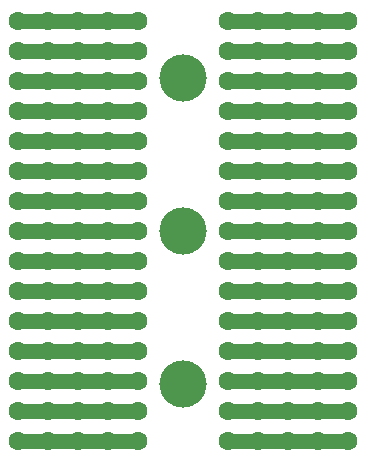
<source format=gbl>
%FSLAX33Y33*%
%MOMM*%
%ADD10C,1.27*%
%ADD11C,1.6*%
%ADD12C,4.*%
D10*
%LNbottom copper_traces*%
G01*
X15240Y30480D02*
X5080Y30480D01*
X33020Y10160D02*
X22860Y10160D01*
X15240Y35560D02*
X5080Y35560D01*
X5080Y27940D02*
X15240Y27940D01*
X5080Y17780D02*
X15240Y17780D01*
X22860Y22860D02*
X33020Y22860D01*
X5080Y33020D02*
X15240Y33020D01*
X15240Y38100D02*
X5080Y38100D01*
X15240Y25400D02*
X5080Y25400D01*
X22860Y27940D02*
X33020Y27940D01*
X22860Y12700D02*
X33020Y12700D01*
X5080Y7620D02*
X15240Y7620D01*
X33020Y40640D02*
X22860Y40640D01*
X33020Y15240D02*
X22860Y15240D01*
X33020Y25400D02*
X22860Y25400D01*
X22860Y17780D02*
X33020Y17780D01*
X15240Y20320D02*
X5080Y20320D01*
X22860Y7620D02*
X33020Y7620D01*
X15240Y40640D02*
X5080Y40640D01*
X5080Y12700D02*
X15240Y12700D01*
X33020Y30480D02*
X22860Y30480D01*
X15240Y10160D02*
X5080Y10160D01*
X22860Y33020D02*
X33020Y33020D01*
X5080Y22860D02*
X15240Y22860D01*
X33020Y20320D02*
X22860Y20320D01*
X15240Y5080D02*
X5080Y5080D01*
X33020Y35560D02*
X22860Y35560D01*
X15240Y15240D02*
X5080Y15240D01*
X22860Y38100D02*
X33020Y38100D01*
X33020Y5080D02*
X22860Y5080D01*
%LNbottom copper component 0b8c0f4da174c7f8*%
D11*
X25400Y40640D03*
X25400Y38100D03*
X25400Y35560D03*
X25400Y33020D03*
X25400Y30480D03*
X25400Y27940D03*
X25400Y5080D03*
X25400Y7620D03*
X25400Y10160D03*
X25400Y12700D03*
X25400Y15240D03*
X25400Y25400D03*
X25400Y22860D03*
X25400Y20320D03*
X25400Y17780D03*
X27940Y40640D03*
X27940Y38100D03*
X27940Y35560D03*
X27940Y33020D03*
X27940Y30480D03*
X27940Y27940D03*
X27940Y5080D03*
X27940Y7620D03*
X27940Y10160D03*
X27940Y12700D03*
X27940Y15240D03*
X27940Y25400D03*
X27940Y22860D03*
X27940Y20320D03*
X27940Y17780D03*
X30480Y40640D03*
X30480Y38100D03*
X30480Y35560D03*
X30480Y33020D03*
X30480Y30480D03*
X30480Y27940D03*
X30480Y5080D03*
X30480Y7620D03*
X30480Y10160D03*
X30480Y12700D03*
X30480Y15240D03*
X30480Y25400D03*
X30480Y22860D03*
X30480Y20320D03*
X30480Y17780D03*
X33020Y40640D03*
X33020Y38100D03*
X33020Y35560D03*
X33020Y33020D03*
X33020Y30480D03*
X33020Y27940D03*
X33020Y5080D03*
X33020Y7620D03*
X33020Y10160D03*
X33020Y12700D03*
X33020Y15240D03*
X33020Y25400D03*
X33020Y22860D03*
X33020Y20320D03*
X33020Y17780D03*
X22860Y15240D03*
X22860Y12700D03*
X22860Y10160D03*
X22860Y7620D03*
X22860Y5080D03*
X22860Y40640D03*
X22860Y38100D03*
X22860Y35560D03*
X22860Y33020D03*
X22860Y30480D03*
X22860Y27940D03*
X22860Y25400D03*
X22860Y22860D03*
X22860Y20320D03*
X22860Y17780D03*
%LNbottom copper component 77e96ba74bdd23d2*%
D12*
X19050Y22860D03*
%LNbottom copper component dc3abb3eeb0ae620*%
D11*
X7620Y40640D03*
X7620Y38100D03*
X7620Y35560D03*
X7620Y33020D03*
X7620Y30480D03*
X7620Y27940D03*
X7620Y5080D03*
X7620Y7620D03*
X7620Y10160D03*
X7620Y12700D03*
X7620Y15240D03*
X7620Y25400D03*
X7620Y22860D03*
X7620Y20320D03*
X7620Y17780D03*
X10160Y40640D03*
X10160Y38100D03*
X10160Y35560D03*
X10160Y33020D03*
X10160Y30480D03*
X10160Y27940D03*
X10160Y5080D03*
X10160Y7620D03*
X10160Y10160D03*
X10160Y12700D03*
X10160Y15240D03*
X10160Y25400D03*
X10160Y22860D03*
X10160Y20320D03*
X10160Y17780D03*
X12700Y40640D03*
X12700Y38100D03*
X12700Y35560D03*
X12700Y33020D03*
X12700Y30480D03*
X12700Y27940D03*
X12700Y5080D03*
X12700Y7620D03*
X12700Y10160D03*
X12700Y12700D03*
X12700Y15240D03*
X12700Y25400D03*
X12700Y22860D03*
X12700Y20320D03*
X12700Y17780D03*
X15240Y40640D03*
X15240Y38100D03*
X15240Y35560D03*
X15240Y33020D03*
X15240Y30480D03*
X15240Y27940D03*
X15240Y5080D03*
X15240Y7620D03*
X15240Y10160D03*
X15240Y12700D03*
X15240Y15240D03*
X15240Y25400D03*
X15240Y22860D03*
X15240Y20320D03*
X15240Y17780D03*
X5080Y15240D03*
X5080Y12700D03*
X5080Y10160D03*
X5080Y7620D03*
X5080Y5080D03*
X5080Y40640D03*
X5080Y38100D03*
X5080Y35560D03*
X5080Y33020D03*
X5080Y30480D03*
X5080Y27940D03*
X5080Y25400D03*
X5080Y22860D03*
X5080Y20320D03*
X5080Y17780D03*
%LNbottom copper component 2edfdfe09001b211*%
D12*
X19050Y9906D03*
%LNbottom copper component 404ed64e51d154a6*%
X19050Y35814D03*
M02*
</source>
